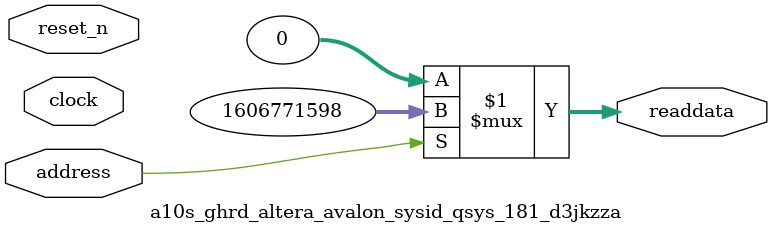
<source format=v>



// synthesis translate_off
`timescale 1ns / 1ps
// synthesis translate_on

// turn off superfluous verilog processor warnings 
// altera message_level Level1 
// altera message_off 10034 10035 10036 10037 10230 10240 10030 

module a10s_ghrd_altera_avalon_sysid_qsys_181_d3jkzza (
               // inputs:
                address,
                clock,
                reset_n,

               // outputs:
                readdata
             )
;

  output  [ 31: 0] readdata;
  input            address;
  input            clock;
  input            reset_n;

  wire    [ 31: 0] readdata;
  //control_slave, which is an e_avalon_slave
  assign readdata = address ? 1606771598 : 0;

endmodule



</source>
